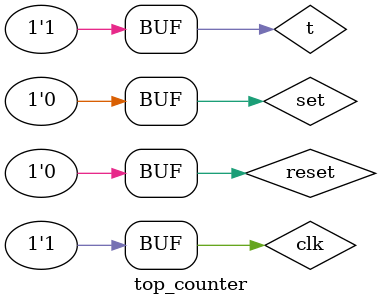
<source format=v>
module counter(Q , clk , t , reset , set);

`define NBit 5

    output [`NBit -1 : 0] Q;
    input clk , t , reset , set;
    wire [`NBit -1: 0] T; 
    
    generate        
        genvar i;
        
        t_ff_udp t1(Q[0] , clk , 1 , set , reset);
        assign T[0] = 1;

        t_ff_udp t2(Q[1] , clk , Q[0] , set , reset);
        assign T[1] = Q[0];

        for (i = 2 ; i <`NBit ; i = i + 1) begin
	    
            and(T[i] , Q[i - 1] , T[i - 1]);

            t_ff_udp T_FF(Q[i] , clk , T[i] , set , reset);
        end
    endgenerate

endmodule

module top_counter;
`define NBit 5

    wire [`NBit - 1 : 0] Q;
    reg clk , t , reset , set;

    counter cnt1(Q , clk , t , reset , set);

    initial begin
        #100 {t , reset , set , clk} = 4'b0100;
        #100{reset , clk} = 2'b01;
        #100{t , clk} = 2'b10;
        #100{clk} = 1;
        #100{clk} = 0;
        #100{clk} = 1;
        #100{clk} = 0;
        #100{clk} = 1;
        #100{clk} = 0;
        #100{clk} = 1;
        #100{clk} = 0;
        #100{clk} = 1;
        #100{clk} = 0;
        #100{clk} = 1;
        #100{clk} = 0;
        #100{clk} = 1;
        #100{clk} = 0;
        #100{clk} = 1;
        #100{clk} = 0;
        #100{clk} = 1;
        #100{clk} = 0;
        #100{clk} = 1;
        #100{clk} = 0;
        #100{clk} = 1;
        #100{clk} = 0;
        #100{clk} = 1;
        #100{clk} = 0;
        #100{clk} = 1;
        #100{clk} = 0;
        #100{clk} = 1;
        #100{clk} = 0;
        #100{clk} = 1;
        #100{clk} = 0;
        #100{clk} = 1; 
        #100{clk} = 0;
        #100{clk} = 1;
        #100{clk} = 0;
        #100{clk} = 1; 
        #100{clk} = 0;
        #100{clk} = 1;
        #100{clk} = 0;
        #100{clk} = 1;
        #100{clk} = 0;
        #100{clk} = 1;
        #100{clk} = 0;
        #100{clk} = 1;
        #100{clk} = 0;
        #100{clk} = 1;
        #100{clk} = 0;
        #100{clk} = 1;
        #100{clk} = 0;
        #100{clk} = 1;
        #100{clk} = 0;
        #100{clk} = 1; 
        #100{clk} = 0;
        #100{clk} = 1;
        #100{clk} = 0;
        #100{clk} = 1; 
        #100{clk} = 0;
        #100{clk} = 1;
        #100{clk} = 0;
        #100{clk} = 1;
        #100{clk} = 0;
        #100{clk} = 1;
        #100{clk} = 0;
        #100{clk} = 1;
        #100{clk} = 0;
        #100{clk} = 1;
        #100{clk} = 0;
        #100{clk} = 1;
        #100{clk} = 0;
        #100{clk} = 1;
        #100{clk} = 0;
        #100{clk} = 1; 
        #100{clk} = 0;
        #100{clk} = 1;
        #100{clk} = 0;
        #100{clk} = 1; 
        #100{clk} = 0;
        #100{clk} = 1;
        #100{clk} = 0;
        #100{clk} = 1;
        #100{clk} = 0;
        #100{clk} = 1;
        #100{clk} = 0;
        #100{clk} = 1;
        #100{clk} = 0;
        #100{clk} = 1;
        #100{clk} = 0;
        #100{clk} = 1;
        #100;
    end
endmodule
</source>
